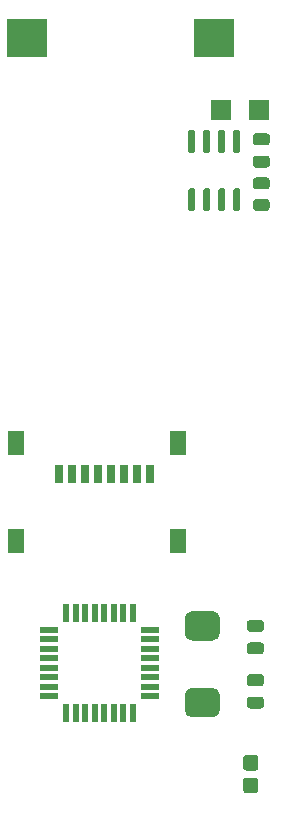
<source format=gtp>
G04 #@! TF.GenerationSoftware,KiCad,Pcbnew,(5.1.9-0-10_14)*
G04 #@! TF.CreationDate,2022-03-15T11:33:21-06:00*
G04 #@! TF.ProjectId,Full_Res_Board,46756c6c-5f52-4657-935f-426f6172642e,rev?*
G04 #@! TF.SameCoordinates,Original*
G04 #@! TF.FileFunction,Paste,Top*
G04 #@! TF.FilePolarity,Positive*
%FSLAX46Y46*%
G04 Gerber Fmt 4.6, Leading zero omitted, Abs format (unit mm)*
G04 Created by KiCad (PCBNEW (5.1.9-0-10_14)) date 2022-03-15 11:33:21*
%MOMM*%
%LPD*%
G01*
G04 APERTURE LIST*
%ADD10R,1.750000X1.800000*%
%ADD11R,0.550000X1.600000*%
%ADD12R,1.600000X0.550000*%
%ADD13R,0.800000X1.500000*%
%ADD14R,1.450000X2.000000*%
%ADD15R,3.500000X3.300000*%
G04 APERTURE END LIST*
D10*
X166225000Y-64600000D03*
X162975000Y-64600000D03*
G36*
G01*
X162275000Y-109500000D02*
X160525000Y-109500000D01*
G75*
G02*
X159900000Y-108875000I0J625000D01*
G01*
X159900000Y-107625000D01*
G75*
G02*
X160525000Y-107000000I625000J0D01*
G01*
X162275000Y-107000000D01*
G75*
G02*
X162900000Y-107625000I0J-625000D01*
G01*
X162900000Y-108875000D01*
G75*
G02*
X162275000Y-109500000I-625000J0D01*
G01*
G37*
G36*
G01*
X162275000Y-116000000D02*
X160525000Y-116000000D01*
G75*
G02*
X159900000Y-115375000I0J625000D01*
G01*
X159900000Y-114125000D01*
G75*
G02*
X160525000Y-113500000I625000J0D01*
G01*
X162275000Y-113500000D01*
G75*
G02*
X162900000Y-114125000I0J-625000D01*
G01*
X162900000Y-115375000D01*
G75*
G02*
X162275000Y-116000000I-625000J0D01*
G01*
G37*
G36*
G01*
X164155000Y-71200000D02*
X164455000Y-71200000D01*
G75*
G02*
X164605000Y-71350000I0J-150000D01*
G01*
X164605000Y-73000000D01*
G75*
G02*
X164455000Y-73150000I-150000J0D01*
G01*
X164155000Y-73150000D01*
G75*
G02*
X164005000Y-73000000I0J150000D01*
G01*
X164005000Y-71350000D01*
G75*
G02*
X164155000Y-71200000I150000J0D01*
G01*
G37*
G36*
G01*
X162885000Y-71200000D02*
X163185000Y-71200000D01*
G75*
G02*
X163335000Y-71350000I0J-150000D01*
G01*
X163335000Y-73000000D01*
G75*
G02*
X163185000Y-73150000I-150000J0D01*
G01*
X162885000Y-73150000D01*
G75*
G02*
X162735000Y-73000000I0J150000D01*
G01*
X162735000Y-71350000D01*
G75*
G02*
X162885000Y-71200000I150000J0D01*
G01*
G37*
G36*
G01*
X161615000Y-71200000D02*
X161915000Y-71200000D01*
G75*
G02*
X162065000Y-71350000I0J-150000D01*
G01*
X162065000Y-73000000D01*
G75*
G02*
X161915000Y-73150000I-150000J0D01*
G01*
X161615000Y-73150000D01*
G75*
G02*
X161465000Y-73000000I0J150000D01*
G01*
X161465000Y-71350000D01*
G75*
G02*
X161615000Y-71200000I150000J0D01*
G01*
G37*
G36*
G01*
X160345000Y-71200000D02*
X160645000Y-71200000D01*
G75*
G02*
X160795000Y-71350000I0J-150000D01*
G01*
X160795000Y-73000000D01*
G75*
G02*
X160645000Y-73150000I-150000J0D01*
G01*
X160345000Y-73150000D01*
G75*
G02*
X160195000Y-73000000I0J150000D01*
G01*
X160195000Y-71350000D01*
G75*
G02*
X160345000Y-71200000I150000J0D01*
G01*
G37*
G36*
G01*
X160345000Y-66250000D02*
X160645000Y-66250000D01*
G75*
G02*
X160795000Y-66400000I0J-150000D01*
G01*
X160795000Y-68050000D01*
G75*
G02*
X160645000Y-68200000I-150000J0D01*
G01*
X160345000Y-68200000D01*
G75*
G02*
X160195000Y-68050000I0J150000D01*
G01*
X160195000Y-66400000D01*
G75*
G02*
X160345000Y-66250000I150000J0D01*
G01*
G37*
G36*
G01*
X161615000Y-66250000D02*
X161915000Y-66250000D01*
G75*
G02*
X162065000Y-66400000I0J-150000D01*
G01*
X162065000Y-68050000D01*
G75*
G02*
X161915000Y-68200000I-150000J0D01*
G01*
X161615000Y-68200000D01*
G75*
G02*
X161465000Y-68050000I0J150000D01*
G01*
X161465000Y-66400000D01*
G75*
G02*
X161615000Y-66250000I150000J0D01*
G01*
G37*
G36*
G01*
X162885000Y-66250000D02*
X163185000Y-66250000D01*
G75*
G02*
X163335000Y-66400000I0J-150000D01*
G01*
X163335000Y-68050000D01*
G75*
G02*
X163185000Y-68200000I-150000J0D01*
G01*
X162885000Y-68200000D01*
G75*
G02*
X162735000Y-68050000I0J150000D01*
G01*
X162735000Y-66400000D01*
G75*
G02*
X162885000Y-66250000I150000J0D01*
G01*
G37*
G36*
G01*
X164155000Y-66250000D02*
X164455000Y-66250000D01*
G75*
G02*
X164605000Y-66400000I0J-150000D01*
G01*
X164605000Y-68050000D01*
G75*
G02*
X164455000Y-68200000I-150000J0D01*
G01*
X164155000Y-68200000D01*
G75*
G02*
X164005000Y-68050000I0J150000D01*
G01*
X164005000Y-66400000D01*
G75*
G02*
X164155000Y-66250000I150000J0D01*
G01*
G37*
D11*
X155500000Y-115650000D03*
X154700000Y-115650000D03*
X153900000Y-115650000D03*
X153100000Y-115650000D03*
X152300000Y-115650000D03*
X151500000Y-115650000D03*
X150700000Y-115650000D03*
X149900000Y-115650000D03*
D12*
X148450000Y-114200000D03*
X148450000Y-113400000D03*
X148450000Y-112600000D03*
X148450000Y-111800000D03*
X148450000Y-111000000D03*
X148450000Y-110200000D03*
X148450000Y-109400000D03*
X148450000Y-108600000D03*
D11*
X149900000Y-107150000D03*
X150700000Y-107150000D03*
X151500000Y-107150000D03*
X152300000Y-107150000D03*
X153100000Y-107150000D03*
X153900000Y-107150000D03*
X154700000Y-107150000D03*
X155500000Y-107150000D03*
D12*
X156950000Y-108600000D03*
X156950000Y-109400000D03*
X156950000Y-110200000D03*
X156950000Y-111000000D03*
X156950000Y-111800000D03*
X156950000Y-112600000D03*
X156950000Y-113400000D03*
X156950000Y-114200000D03*
G36*
G01*
X165100000Y-121100000D02*
X165900000Y-121100000D01*
G75*
G02*
X166150000Y-121350000I0J-250000D01*
G01*
X166150000Y-122175000D01*
G75*
G02*
X165900000Y-122425000I-250000J0D01*
G01*
X165100000Y-122425000D01*
G75*
G02*
X164850000Y-122175000I0J250000D01*
G01*
X164850000Y-121350000D01*
G75*
G02*
X165100000Y-121100000I250000J0D01*
G01*
G37*
G36*
G01*
X165100000Y-119175000D02*
X165900000Y-119175000D01*
G75*
G02*
X166150000Y-119425000I0J-250000D01*
G01*
X166150000Y-120250000D01*
G75*
G02*
X165900000Y-120500000I-250000J0D01*
G01*
X165100000Y-120500000D01*
G75*
G02*
X164850000Y-120250000I0J250000D01*
G01*
X164850000Y-119425000D01*
G75*
G02*
X165100000Y-119175000I250000J0D01*
G01*
G37*
G36*
G01*
X166850001Y-71300000D02*
X165949999Y-71300000D01*
G75*
G02*
X165700000Y-71050001I0J249999D01*
G01*
X165700000Y-70524999D01*
G75*
G02*
X165949999Y-70275000I249999J0D01*
G01*
X166850001Y-70275000D01*
G75*
G02*
X167100000Y-70524999I0J-249999D01*
G01*
X167100000Y-71050001D01*
G75*
G02*
X166850001Y-71300000I-249999J0D01*
G01*
G37*
G36*
G01*
X166850001Y-73125000D02*
X165949999Y-73125000D01*
G75*
G02*
X165700000Y-72875001I0J249999D01*
G01*
X165700000Y-72349999D01*
G75*
G02*
X165949999Y-72100000I249999J0D01*
G01*
X166850001Y-72100000D01*
G75*
G02*
X167100000Y-72349999I0J-249999D01*
G01*
X167100000Y-72875001D01*
G75*
G02*
X166850001Y-73125000I-249999J0D01*
G01*
G37*
D13*
X149300000Y-95350000D03*
X150400000Y-95350000D03*
X151500000Y-95350000D03*
X152600000Y-95350000D03*
X153700000Y-95350000D03*
X154800000Y-95350000D03*
X155900000Y-95350000D03*
X157000000Y-95350000D03*
D14*
X159375000Y-101050000D03*
X145625000Y-101050000D03*
X145625000Y-92750000D03*
X159375000Y-92750000D03*
G36*
G01*
X166875000Y-67550000D02*
X165925000Y-67550000D01*
G75*
G02*
X165675000Y-67300000I0J250000D01*
G01*
X165675000Y-66800000D01*
G75*
G02*
X165925000Y-66550000I250000J0D01*
G01*
X166875000Y-66550000D01*
G75*
G02*
X167125000Y-66800000I0J-250000D01*
G01*
X167125000Y-67300000D01*
G75*
G02*
X166875000Y-67550000I-250000J0D01*
G01*
G37*
G36*
G01*
X166875000Y-69450000D02*
X165925000Y-69450000D01*
G75*
G02*
X165675000Y-69200000I0J250000D01*
G01*
X165675000Y-68700000D01*
G75*
G02*
X165925000Y-68450000I250000J0D01*
G01*
X166875000Y-68450000D01*
G75*
G02*
X167125000Y-68700000I0J-250000D01*
G01*
X167125000Y-69200000D01*
G75*
G02*
X166875000Y-69450000I-250000J0D01*
G01*
G37*
G36*
G01*
X165425000Y-109650000D02*
X166375000Y-109650000D01*
G75*
G02*
X166625000Y-109900000I0J-250000D01*
G01*
X166625000Y-110400000D01*
G75*
G02*
X166375000Y-110650000I-250000J0D01*
G01*
X165425000Y-110650000D01*
G75*
G02*
X165175000Y-110400000I0J250000D01*
G01*
X165175000Y-109900000D01*
G75*
G02*
X165425000Y-109650000I250000J0D01*
G01*
G37*
G36*
G01*
X165425000Y-107750000D02*
X166375000Y-107750000D01*
G75*
G02*
X166625000Y-108000000I0J-250000D01*
G01*
X166625000Y-108500000D01*
G75*
G02*
X166375000Y-108750000I-250000J0D01*
G01*
X165425000Y-108750000D01*
G75*
G02*
X165175000Y-108500000I0J250000D01*
G01*
X165175000Y-108000000D01*
G75*
G02*
X165425000Y-107750000I250000J0D01*
G01*
G37*
G36*
G01*
X166375000Y-113350000D02*
X165425000Y-113350000D01*
G75*
G02*
X165175000Y-113100000I0J250000D01*
G01*
X165175000Y-112600000D01*
G75*
G02*
X165425000Y-112350000I250000J0D01*
G01*
X166375000Y-112350000D01*
G75*
G02*
X166625000Y-112600000I0J-250000D01*
G01*
X166625000Y-113100000D01*
G75*
G02*
X166375000Y-113350000I-250000J0D01*
G01*
G37*
G36*
G01*
X166375000Y-115250000D02*
X165425000Y-115250000D01*
G75*
G02*
X165175000Y-115000000I0J250000D01*
G01*
X165175000Y-114500000D01*
G75*
G02*
X165425000Y-114250000I250000J0D01*
G01*
X166375000Y-114250000D01*
G75*
G02*
X166625000Y-114500000I0J-250000D01*
G01*
X166625000Y-115000000D01*
G75*
G02*
X166375000Y-115250000I-250000J0D01*
G01*
G37*
D15*
X146600000Y-58500000D03*
X162400000Y-58500000D03*
M02*

</source>
